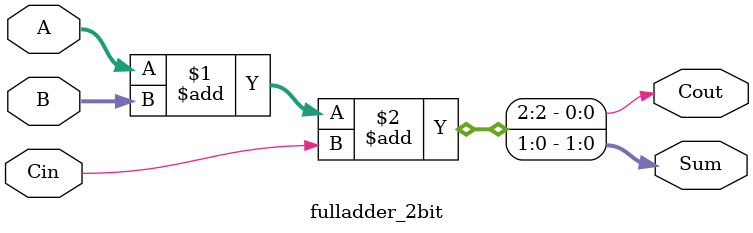
<source format=v>
`timescale 1ns / 1ps

module fulladder_2bit (
    input  wire [1:0] A,
    input  wire [1:0] B,
    input  wire       Cin,
    output wire [1:0] Sum,
    output wire       Cout
);
  assign {Cout, Sum} = A + B + Cin;
endmodule

</source>
